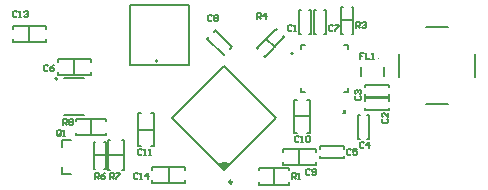
<source format=gto>
G04*
G04 #@! TF.GenerationSoftware,Altium Limited,Altium Designer,22.10.1 (41)*
G04*
G04 Layer_Color=65535*
%FSTAX24Y24*%
%MOIN*%
G70*
G04*
G04 #@! TF.SameCoordinates,87BD3A09-32BE-4FA1-A735-6A54E07DCED2*
G04*
G04*
G04 #@! TF.FilePolarity,Positive*
G04*
G01*
G75*
%ADD10C,0.0039*%
%ADD11C,0.0079*%
%ADD12C,0.0118*%
%ADD13C,0.0098*%
%ADD14C,0.0059*%
%ADD15C,0.0050*%
%ADD16C,0.0080*%
%ADD17C,0.0060*%
G36*
X0143Y005824D02*
X014133Y005991D01*
X014216Y006075D01*
X014384D01*
X014467Y005991D01*
X0143Y005824D01*
D02*
G37*
D10*
X019467Y009533D02*
G03*
X019467Y009533I-00002J0D01*
G01*
D11*
X016603Y009696D02*
G03*
X016603Y009696I-000039J0D01*
G01*
X014467Y005991D02*
G03*
X014133Y005991I-000167J-000167D01*
G01*
X008739Y00885D02*
G03*
X008739Y00885I-000039J0D01*
G01*
X012089Y00945D02*
G03*
X012089Y00945I-000039J0D01*
G01*
X0143Y009276D02*
X016026Y00755D01*
X012574D02*
X0143Y005824D01*
X012574Y00755D02*
X0143Y009276D01*
Y005824D02*
X016026Y00755D01*
D12*
X01832Y00775D02*
G03*
X01832Y00775I-00002J0D01*
G01*
D13*
X014572Y005406D02*
G03*
X014572Y005406I-000049J0D01*
G01*
D14*
X016624Y0076D02*
X017176D01*
X017057Y008151D02*
X017176D01*
Y007049D02*
Y008151D01*
X017057Y007049D02*
X017176D01*
X016624D02*
X016743D01*
X016624D02*
Y008151D01*
X016743D01*
X017303Y011144D02*
X017382D01*
X017303Y010356D02*
Y011144D01*
Y010356D02*
X017382D01*
X017618D02*
X017697D01*
Y011144D01*
X017618D02*
X017697D01*
X016249Y005974D02*
Y006093D01*
Y005974D02*
X017351D01*
Y006093D01*
Y006407D02*
Y006526D01*
X016249D02*
X017351D01*
X016249Y006407D02*
Y006526D01*
X0168Y005974D02*
Y006526D01*
X016803Y011144D02*
X016882D01*
X016803Y010356D02*
Y011144D01*
Y010356D02*
X016882D01*
X017118D02*
X017197D01*
Y011144D01*
X017118D02*
X017197D01*
X019794Y008253D02*
Y008332D01*
X019006Y008253D02*
X019794D01*
X019006D02*
Y008332D01*
Y008568D02*
Y008647D01*
X019794D01*
Y008568D02*
Y008647D01*
Y007803D02*
Y007882D01*
X019006Y007803D02*
X019794D01*
X019006D02*
Y007882D01*
Y008118D02*
Y008197D01*
X019794D01*
Y008118D02*
Y008197D01*
X0182Y0108D02*
X0186D01*
X01855Y01125D02*
X0186D01*
Y01035D02*
Y01125D01*
X01855Y01035D02*
X0186D01*
X0182D02*
X01825D01*
X0182D02*
Y01125D01*
X01825D01*
X018753Y006856D02*
X018832D01*
X018753D02*
Y007644D01*
X018832D01*
X019068D02*
X019147D01*
Y006856D02*
Y007644D01*
X019068Y006856D02*
X019147D01*
X018294Y006203D02*
Y006282D01*
X017506Y006203D02*
X018294D01*
X017506D02*
Y006282D01*
Y006518D02*
Y006597D01*
X018294D01*
Y006518D02*
Y006597D01*
X01245Y005374D02*
Y005926D01*
X013001Y005374D02*
Y005493D01*
X011899Y005374D02*
X013001D01*
X011899D02*
Y005493D01*
Y005807D02*
Y005926D01*
X013001D01*
Y005807D02*
Y005926D01*
X011424Y00715D02*
X011976D01*
X011857Y007701D02*
X011976D01*
Y006599D02*
Y007701D01*
X011857Y006599D02*
X011976D01*
X011424D02*
X011543D01*
X011424D02*
Y007701D01*
X011543D01*
X01545Y005324D02*
Y0054D01*
Y005324D02*
X01645D01*
Y0054D01*
Y0058D02*
Y005876D01*
X01545D02*
X01645D01*
X01545Y0058D02*
Y005876D01*
X01595Y005324D02*
Y005876D01*
X0109Y0058D02*
X010976D01*
Y0068D01*
X0109D02*
X010976D01*
X010424D02*
X0105D01*
X010424Y0058D02*
Y0068D01*
Y0058D02*
X0105D01*
X010424Y0063D02*
X010976D01*
X00995D02*
X01035D01*
X00995Y00585D02*
X01D01*
X00995D02*
Y00675D01*
X01D01*
X0103D02*
X01035D01*
Y00585D02*
Y00675D01*
X0103Y00585D02*
X01035D01*
X00935Y006974D02*
Y00705D01*
Y006974D02*
X01035D01*
Y00705D01*
Y00745D02*
Y007526D01*
X00935D02*
X01035D01*
X00935Y00745D02*
Y007526D01*
X00985Y006974D02*
Y007526D01*
X0093Y008974D02*
Y009526D01*
X009851Y008974D02*
Y009093D01*
X008749Y008974D02*
X009851D01*
X008749D02*
Y009093D01*
Y009407D02*
Y009526D01*
X009851D01*
Y009407D02*
Y009526D01*
X016027Y01051D02*
X016062Y010474D01*
X01539Y009873D02*
X016027Y01051D01*
X01539Y009873D02*
X015426Y009838D01*
X015638Y009626D02*
X015673Y00959D01*
X01631Y010227D01*
X016274Y010262D02*
X01631Y010227D01*
X015709Y010191D02*
X015991Y009909D01*
X013732Y010189D02*
X013788Y010245D01*
X013732Y010189D02*
X014289Y009632D01*
X014345Y009688D01*
X014512Y009855D02*
X014568Y009911D01*
X014011Y010468D02*
X014568Y009911D01*
X013955Y010412D02*
X014011Y010468D01*
X008351Y010507D02*
Y010626D01*
X007249D02*
X008351D01*
X007249Y010507D02*
Y010626D01*
Y010074D02*
Y010193D01*
Y010074D02*
X008351D01*
Y010193D01*
X0078Y010074D02*
Y010626D01*
D15*
X018878Y008943D02*
Y009257D01*
X019622Y008943D02*
Y009257D01*
X016863Y00985D02*
Y009987D01*
Y008413D02*
Y00855D01*
X018437Y00985D02*
Y009987D01*
Y008413D02*
Y00855D01*
X016863Y009987D02*
X017D01*
X016863Y008413D02*
X017D01*
X0183Y009987D02*
X018437D01*
X0183Y008413D02*
X018437D01*
X021026Y01058D02*
X021774D01*
X02012Y008926D02*
Y009674D01*
X021026Y00802D02*
X021774D01*
X02268Y008926D02*
Y009674D01*
X00898Y007634D02*
X00962D01*
X00898Y008866D02*
X00962D01*
X011166Y0093D02*
X013134D01*
X011166D02*
Y0113D01*
X013134D01*
Y0093D02*
Y0113D01*
D16*
X00889Y00659D02*
Y00681D01*
X00921D01*
X00889Y00569D02*
Y00591D01*
Y00569D02*
X00921D01*
D17*
X017917Y010617D02*
X017883Y01065D01*
X017817D01*
X017783Y010617D01*
Y010483D01*
X017817Y01045D01*
X017883D01*
X017917Y010483D01*
X017983Y01065D02*
X018117D01*
Y010617D01*
X017983Y010483D01*
Y01045D01*
X017167Y005817D02*
X017133Y00585D01*
X017067D01*
X017033Y005817D01*
Y005683D01*
X017067Y00565D01*
X017133D01*
X017167Y005683D01*
X017233D02*
X017267Y00565D01*
X017333D01*
X017367Y005683D01*
Y005817D01*
X017333Y00585D01*
X017267D01*
X017233Y005817D01*
Y005783D01*
X017267Y00575D01*
X017367D01*
X01655Y010617D02*
X016517Y01065D01*
X01645D01*
X016417Y010617D01*
Y010483D01*
X01645Y01045D01*
X016517D01*
X01655Y010483D01*
X016617Y01045D02*
X016683D01*
X01665D01*
Y01065D01*
X016617Y010617D01*
X01895Y0097D02*
X018817D01*
Y0096D01*
X018883D01*
X018817D01*
Y0095D01*
X019017Y0097D02*
Y0095D01*
X01915D01*
X019217D02*
X019283D01*
X01925D01*
Y0097D01*
X019217Y009667D01*
X008933Y0073D02*
Y0075D01*
X009033D01*
X009067Y007467D01*
Y0074D01*
X009033Y007367D01*
X008933D01*
X009D02*
X009067Y0073D01*
X009133Y007467D02*
X009167Y0075D01*
X009233D01*
X009267Y007467D01*
Y007433D01*
X009233Y0074D01*
X009267Y007367D01*
Y007333D01*
X009233Y0073D01*
X009167D01*
X009133Y007333D01*
Y007367D01*
X009167Y0074D01*
X009133Y007433D01*
Y007467D01*
X009167Y0074D02*
X009233D01*
X010483Y0055D02*
Y0057D01*
X010583D01*
X010617Y005667D01*
Y0056D01*
X010583Y005567D01*
X010483D01*
X01055D02*
X010617Y0055D01*
X010683Y0057D02*
X010817D01*
Y005667D01*
X010683Y005533D01*
Y0055D01*
X009983D02*
Y0057D01*
X010083D01*
X010117Y005667D01*
Y0056D01*
X010083Y005567D01*
X009983D01*
X01005D02*
X010117Y0055D01*
X010317Y0057D02*
X01025Y005667D01*
X010183Y0056D01*
Y005533D01*
X010217Y0055D01*
X010283D01*
X010317Y005533D01*
Y005567D01*
X010283Y0056D01*
X010183D01*
X01539Y01083D02*
Y01103D01*
X01549D01*
X015523Y010997D01*
Y01093D01*
X01549Y010897D01*
X01539D01*
X015457D02*
X015523Y01083D01*
X01569D02*
Y01103D01*
X01559Y01093D01*
X015723D01*
X018683Y01055D02*
Y01075D01*
X018783D01*
X018817Y010717D01*
Y01065D01*
X018783Y010617D01*
X018683D01*
X01875D02*
X018817Y01055D01*
X018883Y010717D02*
X018917Y01075D01*
X018983D01*
X019017Y010717D01*
Y010683D01*
X018983Y01065D01*
X01895D01*
X018983D01*
X019017Y010617D01*
Y010583D01*
X018983Y01055D01*
X018917D01*
X018883Y010583D01*
X016567Y0055D02*
Y0057D01*
X016667D01*
X0167Y005667D01*
Y0056D01*
X016667Y005567D01*
X016567D01*
X016633D02*
X0167Y0055D01*
X016767D02*
X016833D01*
X0168D01*
Y0057D01*
X016767Y005667D01*
X00885Y006983D02*
Y007117D01*
X008817Y00715D01*
X00875D01*
X008717Y007117D01*
Y006983D01*
X00875Y00695D01*
X008817D01*
X008783Y007017D02*
X00885Y00695D01*
X008817D02*
X00885Y006983D01*
X008917Y00695D02*
X008983D01*
X00895D01*
Y00715D01*
X008917Y007117D01*
X011433Y005667D02*
X0114Y0057D01*
X011333D01*
X0113Y005667D01*
Y005533D01*
X011333Y0055D01*
X0114D01*
X011433Y005533D01*
X0115Y0055D02*
X011567D01*
X011533D01*
Y0057D01*
X0115Y005667D01*
X011767Y0055D02*
Y0057D01*
X011667Y0056D01*
X0118D01*
X007413Y011087D02*
X00738Y01112D01*
X007313D01*
X00728Y011087D01*
Y010953D01*
X007313Y01092D01*
X00738D01*
X007413Y010953D01*
X00748Y01092D02*
X007547D01*
X007513D01*
Y01112D01*
X00748Y011087D01*
X007647D02*
X00768Y01112D01*
X007747D01*
X00778Y011087D01*
Y011053D01*
X007747Y01102D01*
X007713D01*
X007747D01*
X00778Y010987D01*
Y010953D01*
X007747Y01092D01*
X00768D01*
X007647Y010953D01*
X011567Y006467D02*
X011533Y0065D01*
X011467D01*
X011433Y006467D01*
Y006333D01*
X011467Y0063D01*
X011533D01*
X011567Y006333D01*
X011633Y0063D02*
X0117D01*
X011667D01*
Y0065D01*
X011633Y006467D01*
X0118Y0063D02*
X011867D01*
X011833D01*
Y0065D01*
X0118Y006467D01*
X016783Y006917D02*
X01675Y00695D01*
X016683D01*
X01665Y006917D01*
Y006783D01*
X016683Y00675D01*
X01675D01*
X016783Y006783D01*
X01685Y00675D02*
X016917D01*
X016883D01*
Y00695D01*
X01685Y006917D01*
X017017D02*
X01705Y00695D01*
X017117D01*
X01715Y006917D01*
Y006783D01*
X017117Y00675D01*
X01705D01*
X017017Y006783D01*
Y006917D01*
X013883Y010937D02*
X01385Y01097D01*
X013783D01*
X01375Y010937D01*
Y010803D01*
X013783Y01077D01*
X01385D01*
X013883Y010803D01*
X01395Y010937D02*
X013983Y01097D01*
X01405D01*
X014083Y010937D01*
Y010903D01*
X01405Y01087D01*
X014083Y010837D01*
Y010803D01*
X01405Y01077D01*
X013983D01*
X01395Y010803D01*
Y010837D01*
X013983Y01087D01*
X01395Y010903D01*
Y010937D01*
X013983Y01087D02*
X01405D01*
X008417Y009267D02*
X008383Y0093D01*
X008317D01*
X008283Y009267D01*
Y009133D01*
X008317Y0091D01*
X008383D01*
X008417Y009133D01*
X008617Y0093D02*
X00855Y009267D01*
X008483Y0092D01*
Y009133D01*
X008517Y0091D01*
X008583D01*
X008617Y009133D01*
Y009167D01*
X008583Y0092D01*
X008483D01*
X018517Y006467D02*
X018483Y0065D01*
X018417D01*
X018383Y006467D01*
Y006333D01*
X018417Y0063D01*
X018483D01*
X018517Y006333D01*
X018717Y0065D02*
X018583D01*
Y0064D01*
X01865Y006433D01*
X018683D01*
X018717Y0064D01*
Y006333D01*
X018683Y0063D01*
X018617D01*
X018583Y006333D01*
X018967Y006717D02*
X018933Y00675D01*
X018867D01*
X018833Y006717D01*
Y006583D01*
X018867Y00655D01*
X018933D01*
X018967Y006583D01*
X019133Y00655D02*
Y00675D01*
X019033Y00665D01*
X019167D01*
X018683Y008267D02*
X01865Y008233D01*
Y008167D01*
X018683Y008133D01*
X018817D01*
X01885Y008167D01*
Y008233D01*
X018817Y008267D01*
X018683Y008333D02*
X01865Y008367D01*
Y008433D01*
X018683Y008467D01*
X018717D01*
X01875Y008433D01*
Y0084D01*
Y008433D01*
X018783Y008467D01*
X018817D01*
X01885Y008433D01*
Y008367D01*
X018817Y008333D01*
X019583Y007517D02*
X01955Y007483D01*
Y007417D01*
X019583Y007383D01*
X019717D01*
X01975Y007417D01*
Y007483D01*
X019717Y007517D01*
X01975Y007717D02*
Y007583D01*
X019617Y007717D01*
X019583D01*
X01955Y007683D01*
Y007617D01*
X019583Y007583D01*
M02*

</source>
